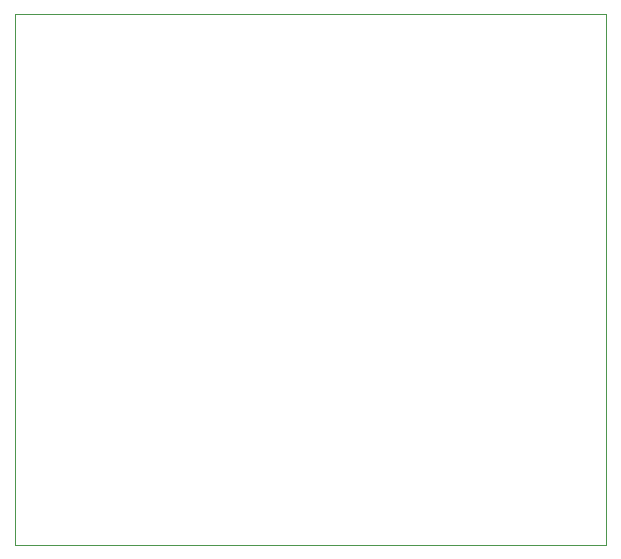
<source format=gbr>
G04 #@! TF.FileFunction,Profile,NP*
%FSLAX46Y46*%
G04 Gerber Fmt 4.6, Leading zero omitted, Abs format (unit mm)*
G04 Created by KiCad (PCBNEW (after 2015-mar-04 BZR unknown)-product) date 22/04/2015 13:56:25*
%MOMM*%
G01*
G04 APERTURE LIST*
%ADD10C,0.100000*%
G04 APERTURE END LIST*
D10*
X99987500Y-95003800D02*
X99987500Y-50003800D01*
X149987500Y-95003800D02*
X99987500Y-95003800D01*
X149987500Y-50003800D02*
X149987500Y-95003800D01*
X99987500Y-50003800D02*
X149987500Y-50003800D01*
M02*

</source>
